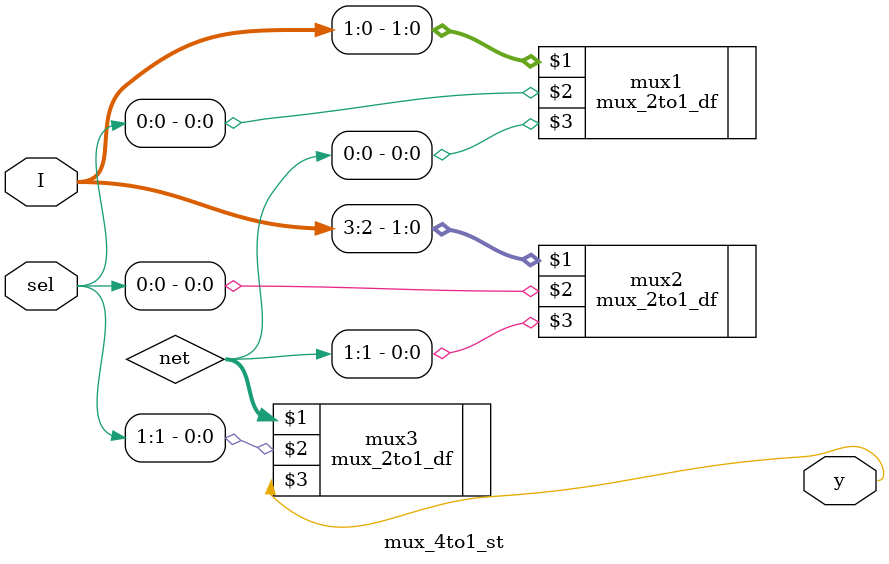
<source format=v>
module mux_4to1_st(input [3:0] I, input [1:0] sel,
output y);

wire [1:0] net;

mux_2to1_df mux1(I[1:0],sel[0],net[0]);
mux_2to1_df mux2(I[3:2],sel[0],net[1]);
mux_2to1_df mux3(net,sel[1],y);

endmodule
</source>
